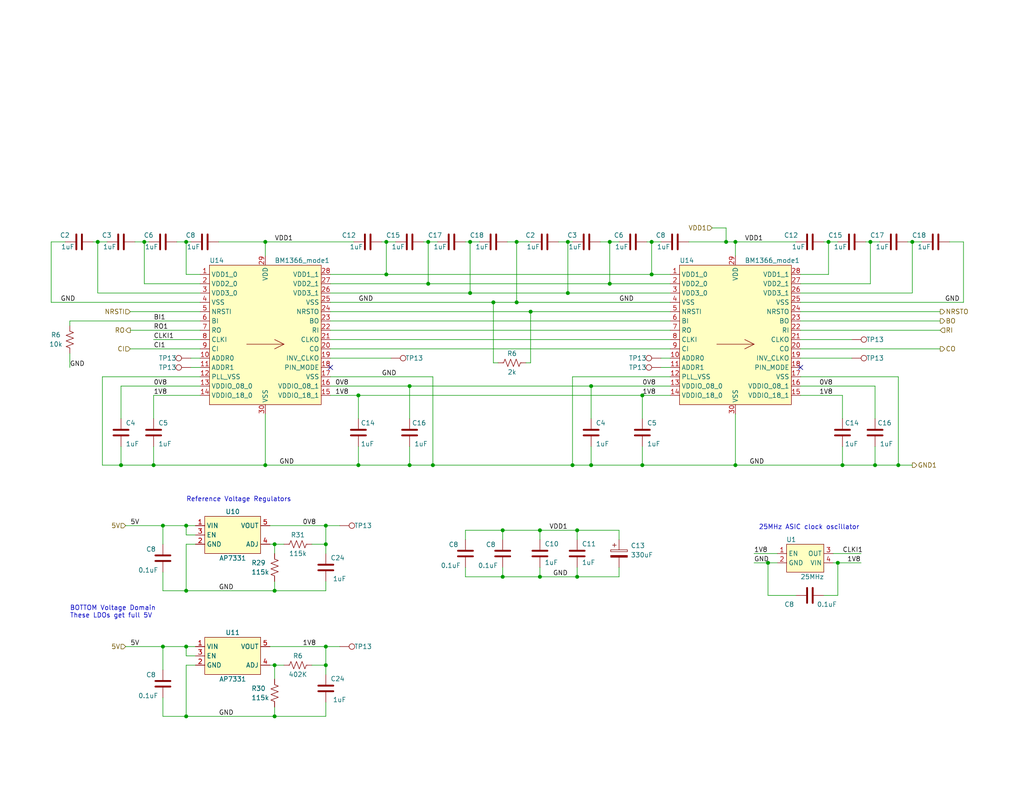
<source format=kicad_sch>
(kicad_sch (version 20231120) (generator "eeschema") (generator_version "8.0")
  (paper "A")
  (title_block (title "bitaxeHex") (date "2024-03-09") (rev "303"))
  (lib_symbols
    (symbol "BM1366_mode1_1"
      (property "Reference" "U14" (at 1.9559 24.13 0))
      (property "Value" "BM1366_mode1" (at 1.9559 21.59 0))
      (symbol "BM1366_mode1_1_0_1"
        (rectangle (start -15.24 20.32) (end 15.24 -17.78) (fill (type background)))
        (polyline (pts (xy 5.08 -1.27) (xy -5.08 -1.27)))
        (polyline (pts (xy 5.08 -1.27) (xy 2.54 -2.54)))
        (polyline (pts (xy 5.08 -1.27) (xy 2.54 0)))
      )
      (symbol "BM1366_mode1_1_1_1"
        (pin power_in line (at -17.78 17.78 0) (length 2.54) (name "VDD1_0") (number "1"))
        (pin input line (at -17.78 -5.08 0) (length 2.54) (name "ADDR0") (number "10"))
        (pin input line (at -17.78 -7.62 0) (length 2.54) (name "ADDR1") (number "11"))
        (pin power_in line (at -17.78 -10.16 0) (length 2.54) (name "PLL_VSS") (number "12"))
        (pin power_in line (at -17.78 -12.7 0) (length 2.54) (name "VDDIO_08_0") (number "13"))
        (pin power_in line (at -17.78 -15.24 0) (length 2.54) (name "VDDIO_18_0") (number "14"))
        (pin power_in line (at 17.78 -15.24 180) (length 2.54) (name "VDDIO_18_1") (number "15"))
        (pin power_in line (at 17.78 -12.7 180) (length 2.54) (name "VDDIO_08_1") (number "16"))
        (pin power_in line (at 17.78 -10.16 180) (length 2.54) (name "VSS") (number "17"))
        (pin input line (at 17.78 -7.62 180) (length 2.54) (name "PIN_MODE") (number "18"))
        (pin output line (at 17.78 -5.08 180) (length 2.54) (name "INV_CLKO") (number "19"))
        (pin power_in line (at -17.78 15.24 0) (length 2.54) (name "VDD2_0") (number "2"))
        (pin output line (at 17.78 -2.54 180) (length 2.54) (name "CO") (number "20"))
        (pin output line (at 17.78 0 180) (length 2.54) (name "CLKO") (number "21"))
        (pin input line (at 17.78 2.54 180) (length 2.54) (name "RI") (number "22"))
        (pin output line (at 17.78 5.08 180) (length 2.54) (name "BO") (number "23"))
        (pin output line (at 17.78 7.62 180) (length 2.54) (name "NRSTO") (number "24"))
        (pin power_in line (at 17.78 10.16 180) (length 2.54) (name "VSS") (number "25"))
        (pin power_in line (at 17.78 12.7 180) (length 2.54) (name "VDD3_1") (number "26"))
        (pin power_in line (at 17.78 15.24 180) (length 2.54) (name "VDD2_1") (number "27"))
        (pin power_in line (at 17.78 17.78 180) (length 2.54) (name "VDD1_1") (number "28"))
        (pin power_in line (at 0 22.86 270) (length 2.54) (name "VDD") (number "29"))
        (pin power_in line (at -17.78 12.7 0) (length 2.54) (name "VDD3_0") (number "3"))
        (pin power_in line (at 0 -20.32 90) (length 2.54) (name "VSS") (number "30"))
        (pin power_in line (at -17.78 10.16 0) (length 2.54) (name "VSS") (number "4"))
        (pin input line (at -17.78 7.62 0) (length 2.54) (name "NRSTI") (number "5"))
        (pin input line (at -17.78 5.08 0) (length 2.54) (name "BI") (number "6"))
        (pin output line (at -17.78 2.54 0) (length 2.54) (name "RO") (number "7"))
        (pin input line (at -17.78 0 0) (length 2.54) (name "CLKI") (number "8"))
        (pin input line (at -17.78 -2.54 0) (length 2.54) (name "CI") (number "9"))
      )
    )
    (symbol "Connector:TestPoint" (pin_numbers hide) (pin_names (offset 0.762) hide)
      (property "Reference" "TP" (at 0 6.858 0))
      (property "Value" "TestPoint" (at 0 5.08 0))
      (symbol "TestPoint_0_1"
        (circle (center 0 3.302) (radius 0.762))
      )
      (symbol "TestPoint_1_1"
        (pin passive line (at 0 0 90) (length 2.54) (name "1") (number "1"))
      )
    )
    (symbol "Device:C" (pin_numbers hide) (pin_names (offset 0.254))
      (property "Reference" "C" (at 0.635 2.54 0))
      (property "Value" "C" (at 0.635 -2.54 0))
      (symbol "C_0_1"
        (polyline (pts (xy -2.032 -0.762) (xy 2.032 -0.762)) (stroke (width 0.508)))
        (polyline (pts (xy -2.032 0.762) (xy 2.032 0.762)) (stroke (width 0.508)))
      )
      (symbol "C_1_1"
        (pin passive line (at 0 3.81 270) (length 2.794) (name "~") (number "1"))
        (pin passive line (at 0 -3.81 90) (length 2.794) (name "~") (number "2"))
      )
    )
    (symbol "Device:C_Polarized" (pin_numbers hide) (pin_names (offset 0.254))
      (property "Reference" "C" (at 0.635 2.54 0))
      (property "Value" "C_Polarized" (at 0.635 -2.54 0))
      (symbol "C_Polarized_0_1"
        (rectangle (start -2.286 0.508) (end 2.286 1.016))
        (polyline (pts (xy -1.778 2.286) (xy -0.762 2.286)))
        (polyline (pts (xy -1.27 2.794) (xy -1.27 1.778)))
        (rectangle (start 2.286 -0.508) (end -2.286 -1.016) (fill (type outline)))
      )
      (symbol "C_Polarized_1_1"
        (pin passive line (at 0 3.81 270) (length 2.794) (name "~") (number "1"))
        (pin passive line (at 0 -3.81 90) (length 2.794) (name "~") (number "2"))
      )
    )
    (symbol "Device:R_US" (pin_numbers hide) (pin_names (offset 0))
      (property "Reference" "R" (at 2.54 0 90))
      (property "Value" "R_US" (at -2.54 0 90))
      (symbol "R_US_0_1"
        (polyline (pts (xy 0 -2.286) (xy 0 -2.54)))
        (polyline (pts (xy 0 2.286) (xy 0 2.54)))
        (polyline (pts (xy 0 -0.762) (xy 1.016 -1.143) (xy 0 -1.524) (xy -1.016 -1.905) (xy 0 -2.286)))
        (polyline (pts (xy 0 0.762) (xy 1.016 0.381) (xy 0 0) (xy -1.016 -0.381) (xy 0 -0.762)))
        (polyline (pts (xy 0 2.286) (xy 1.016 1.905) (xy 0 1.524) (xy -1.016 1.143) (xy 0 0.762)))
      )
      (symbol "R_US_1_1"
        (pin passive line (at 0 3.81 270) (length 1.27) (name "~") (number "1"))
        (pin passive line (at 0 -3.81 90) (length 1.27) (name "~") (number "2"))
      )
    )
    (symbol "bitaxe:AP7331"
      (property "Reference" "U" (at -7.62 5.08 0))
      (property "Value" "AP7331" (at 5.08 5.08 0))
      (symbol "AP7331_0_1"
        (rectangle (start -7.62 3.81) (end 7.62 -6.35) (stroke (width 0.1524)) (fill (type background)))
      )
      (symbol "AP7331_1_0"
        (pin power_in line (at -10.16 1.27 0) (length 2.54) (name "VIN") (number "1"))
        (pin bidirectional line (at -10.16 -3.81 0) (length 2.54) (name "GND") (number "2"))
        (pin input line (at -10.16 -1.27 0) (length 2.54) (name "EN") (number "3"))
        (pin bidirectional line (at 10.16 -3.81 180) (length 2.54) (name "ADJ") (number "4"))
        (pin power_out line (at 10.16 1.27 180) (length 2.54) (name "VOUT") (number "5"))
      )
    )
    (symbol "bitaxe:BM1366_mode1"
      (property "Reference" "U14" (at 1.9559 24.13 0))
      (property "Value" "BM1366_mode1" (at 1.9559 21.59 0))
      (symbol "BM1366_mode1_0_1"
        (rectangle (start -15.24 20.32) (end 15.24 -17.78) (fill (type background)))
        (polyline (pts (xy 5.08 -1.27) (xy -5.08 -1.27)))
        (polyline (pts (xy 5.08 -1.27) (xy 2.54 -2.54)))
        (polyline (pts (xy 5.08 -1.27) (xy 2.54 0)))
      )
      (symbol "BM1366_mode1_1_1"
        (pin power_in line (at -17.78 17.78 0) (length 2.54) (name "VDD1_0") (number "1"))
        (pin input line (at -17.78 -5.08 0) (length 2.54) (name "ADDR0") (number "10"))
        (pin input line (at -17.78 -7.62 0) (length 2.54) (name "ADDR1") (number "11"))
        (pin power_in line (at -17.78 -10.16 0) (length 2.54) (name "PLL_VSS") (number "12"))
        (pin power_in line (at -17.78 -12.7 0) (length 2.54) (name "VDDIO_08_0") (number "13"))
        (pin power_in line (at -17.78 -15.24 0) (length 2.54) (name "VDDIO_18_0") (number "14"))
        (pin power_in line (at 17.78 -15.24 180) (length 2.54) (name "VDDIO_18_1") (number "15"))
        (pin power_in line (at 17.78 -12.7 180) (length 2.54) (name "VDDIO_08_1") (number "16"))
        (pin power_in line (at 17.78 -10.16 180) (length 2.54) (name "VSS") (number "17"))
        (pin input line (at 17.78 -7.62 180) (length 2.54) (name "PIN_MODE") (number "18"))
        (pin output line (at 17.78 -5.08 180) (length 2.54) (name "INV_CLKO") (number "19"))
        (pin power_in line (at -17.78 15.24 0) (length 2.54) (name "VDD2_0") (number "2"))
        (pin output line (at 17.78 -2.54 180) (length 2.54) (name "CO") (number "20"))
        (pin output line (at 17.78 0 180) (length 2.54) (name "CLKO") (number "21"))
        (pin input line (at 17.78 2.54 180) (length 2.54) (name "RI") (number "22"))
        (pin output line (at 17.78 5.08 180) (length 2.54) (name "BO") (number "23"))
        (pin output line (at 17.78 7.62 180) (length 2.54) (name "NRSTO") (number "24"))
        (pin power_in line (at 17.78 10.16 180) (length 2.54) (name "VSS") (number "25"))
        (pin power_in line (at 17.78 12.7 180) (length 2.54) (name "VDD3_1") (number "26"))
        (pin power_in line (at 17.78 15.24 180) (length 2.54) (name "VDD2_1") (number "27"))
        (pin power_in line (at 17.78 17.78 180) (length 2.54) (name "VDD1_1") (number "28"))
        (pin power_in line (at 0 22.86 270) (length 2.54) (name "VDD") (number "29"))
        (pin power_in line (at -17.78 12.7 0) (length 2.54) (name "VDD3_0") (number "3"))
        (pin power_in line (at 0 -20.32 90) (length 2.54) (name "VSS") (number "30"))
        (pin power_in line (at -17.78 10.16 0) (length 2.54) (name "VSS") (number "4"))
        (pin input line (at -17.78 7.62 0) (length 2.54) (name "NRSTI") (number "5"))
        (pin input line (at -17.78 5.08 0) (length 2.54) (name "BI") (number "6"))
        (pin output line (at -17.78 2.54 0) (length 2.54) (name "RO") (number "7"))
        (pin input line (at -17.78 0 0) (length 2.54) (name "CLKI") (number "8"))
        (pin input line (at -17.78 -2.54 0) (length 2.54) (name "CI") (number "9"))
      )
    )
    (symbol "bitaxe:oscillator"
      (property "Reference" "U" (at -3.81 5.08 0))
      (property "Value" "oscillator" (at 0 -5.08 0))
      (symbol "oscillator_0_1"
        (rectangle (start -5.08 3.81) (end 5.08 -3.81) (stroke (width 0.1524)) (fill (type background)))
      )
      (symbol "oscillator_1_0"
        (pin bidirectional line (at -7.62 1.27 0) (length 2.54) (name "EN") (number "1"))
        (pin bidirectional line (at -7.62 -1.27 0) (length 2.54) (name "GND") (number "2"))
        (pin bidirectional line (at 7.62 1.27 180) (length 2.54) (name "OUT") (number "3"))
        (pin bidirectional line (at 7.62 -1.27 180) (length 2.54) (name "VIN") (number "4"))
      )
    )
  )
  (junction (at 50.8 195.58))
  (junction (at 175.26 107.95))
  (junction (at 88.9 148.59))
  (junction (at 116.84 66.04))
  (junction (at 33.02 127))
  (junction (at 157.48 144.78))
  (junction (at 237.49 66.04))
  (junction (at 248.92 66.04))
  (junction (at 166.37 66.04))
  (junction (at 140.97 82.55))
  (junction (at 44.45 176.53))
  (junction (at 161.29 127))
  (junction (at 157.48 157.48))
  (junction (at 144.78 85.09))
  (junction (at 228.6 153.67))
  (junction (at 128.27 66.04))
  (junction (at 209.55 153.67))
  (junction (at 147.32 144.78) (diameter 0.9144))
  (junction (at 111.76 127))
  (junction (at 154.94 80.01))
  (junction (at 39.37 66.04))
  (junction (at 245.11 127))
  (junction (at 105.41 74.93))
  (junction (at 147.32 157.48) (diameter 0.9144))
  (junction (at 72.39 127))
  (junction (at 134.62 82.55))
  (junction (at 156.21 127))
  (junction (at 137.16 144.78) (diameter 0.9144))
  (junction (at 229.87 127))
  (junction (at 50.8 161.29))
  (junction (at 177.8 74.93))
  (junction (at 161.29 105.41))
  (junction (at 74.93 148.59))
  (junction (at 74.93 181.61))
  (junction (at 116.84 77.47))
  (junction (at 175.26 127))
  (junction (at 111.76 105.41))
  (junction (at 137.16 157.48) (diameter 0.9144))
  (junction (at 128.27 80.01))
  (junction (at 97.79 107.95))
  (junction (at 88.9 143.51))
  (junction (at 97.79 127))
  (junction (at 74.93 161.29))
  (junction (at 198.12 66.04))
  (junction (at 88.9 176.53))
  (junction (at 177.8 66.04))
  (junction (at 238.76 127))
  (junction (at 74.93 195.58))
  (junction (at 105.41 66.04))
  (junction (at 44.45 143.51))
  (junction (at 200.66 127))
  (junction (at 154.94 66.04))
  (junction (at 50.8 143.51))
  (junction (at 50.8 176.53))
  (junction (at 140.97 66.04))
  (junction (at 41.91 127))
  (junction (at 226.06 66.04))
  (junction (at 88.9 181.61))
  (junction (at 166.37 77.47))
  (junction (at 50.8 66.04))
  (junction (at 118.11 127))
  (junction (at 26.67 66.04))
  (junction (at 200.66 66.04))
  (junction (at 72.39 66.04))
  (no_connect (at 218.44 100.33))
  (no_connect (at 90.17 100.33))
  (wire (pts (xy 27.94 102.87) (xy 54.61 102.87)))
  (wire (pts (xy 156.21 102.87) (xy 182.88 102.87)))
  (wire (pts (xy 127 66.04) (xy 128.27 66.04)))
  (wire (pts (xy 27.94 127) (xy 33.02 127)))
  (wire (pts (xy 41.91 107.95) (xy 54.61 107.95)))
  (wire (pts (xy 90.17 102.87) (xy 118.11 102.87)))
  (wire (pts (xy 26.67 80.01) (xy 26.67 66.04)))
  (wire (pts (xy 48.26 66.04) (xy 50.8 66.04)))
  (wire (pts (xy 218.44 102.87) (xy 245.11 102.87)))
  (wire (pts (xy 156.21 127) (xy 161.29 127)))
  (wire (pts (xy 262.89 66.04) (xy 259.08 66.04)))
  (wire (pts (xy 175.26 107.95) (xy 175.26 114.3)))
  (wire (pts (xy 33.02 105.41) (xy 33.02 114.3)))
  (wire (pts (xy 50.8 143.51) (xy 53.34 143.51)))
  (wire (pts (xy 152.4 66.04) (xy 154.94 66.04)))
  (wire (pts (xy 52.07 100.33) (xy 54.61 100.33)))
  (wire (pts (xy 41.91 127) (xy 72.39 127)))
  (wire (pts (xy 90.17 90.17) (xy 182.88 90.17)))
  (wire (pts (xy 35.56 90.17) (xy 54.61 90.17)))
  (wire (pts (xy 74.93 181.61) (xy 74.93 185.42)))
  (wire (pts (xy 111.76 105.41) (xy 161.29 105.41)))
  (wire (pts (xy 224.79 66.04) (xy 226.06 66.04)))
  (wire (pts (xy 175.26 121.92) (xy 175.26 127)))
  (wire (pts (xy 53.34 148.59) (xy 50.8 148.59)))
  (wire (pts (xy 74.93 195.58) (xy 74.93 193.04)))
  (wire (pts (xy 218.44 80.01) (xy 248.92 80.01)))
  (wire (pts (xy 90.17 77.47) (xy 116.84 77.47)))
  (wire (pts (xy 50.8 148.59) (xy 50.8 161.29)))
  (wire (pts (xy 13.97 82.55) (xy 13.97 66.04)))
  (wire (pts (xy 53.34 181.61) (xy 50.8 181.61)))
  (wire (pts (xy 137.16 157.48) (xy 147.32 157.48)))
  (wire (pts (xy 200.66 113.03) (xy 200.66 127)))
  (wire (pts (xy 140.97 66.04) (xy 144.78 66.04)))
  (wire (pts (xy 156.21 102.87) (xy 156.21 127)))
  (wire (pts (xy 88.9 161.29) (xy 74.93 161.29)))
  (wire (pts (xy 177.8 66.04) (xy 180.34 66.04)))
  (wire (pts (xy 73.66 143.51) (xy 88.9 143.51)))
  (wire (pts (xy 128.27 66.04) (xy 130.81 66.04)))
  (wire (pts (xy 161.29 127) (xy 161.29 121.92)))
  (wire (pts (xy 111.76 127) (xy 118.11 127)))
  (wire (pts (xy 137.16 157.48) (xy 127 157.48)))
  (wire (pts (xy 218.44 77.47) (xy 237.49 77.47)))
  (wire (pts (xy 59.69 66.04) (xy 72.39 66.04)))
  (wire (pts (xy 19.05 87.63) (xy 19.05 88.9)))
  (wire (pts (xy 73.66 148.59) (xy 74.93 148.59)))
  (wire (pts (xy 44.45 143.51) (xy 50.8 143.51)))
  (wire (pts (xy 44.45 143.51) (xy 44.45 148.59)))
  (wire (pts (xy 44.45 161.29) (xy 50.8 161.29)))
  (wire (pts (xy 134.62 82.55) (xy 140.97 82.55)))
  (wire (pts (xy 44.45 176.53) (xy 44.45 182.88)))
  (wire (pts (xy 73.66 176.53) (xy 88.9 176.53)))
  (wire (pts (xy 116.84 77.47) (xy 166.37 77.47)))
  (wire (pts (xy 205.74 151.13) (xy 212.09 151.13)))
  (wire (pts (xy 227.33 153.67) (xy 228.6 153.67)))
  (wire (pts (xy 161.29 105.41) (xy 182.88 105.41)))
  (wire (pts (xy 111.76 105.41) (xy 111.76 114.3)))
  (wire (pts (xy 72.39 127) (xy 97.79 127)))
  (wire (pts (xy 218.44 97.79) (xy 232.41 97.79)))
  (wire (pts (xy 135.89 99.06) (xy 134.62 99.06)))
  (wire (pts (xy 137.16 147.32) (xy 137.16 144.78)))
  (wire (pts (xy 140.97 66.04) (xy 138.43 66.04)))
  (wire (pts (xy 175.26 107.95) (xy 182.88 107.95)))
  (wire (pts (xy 74.93 181.61) (xy 77.47 181.61)))
  (wire (pts (xy 97.79 121.92) (xy 97.79 127)))
  (wire (pts (xy 157.48 147.32) (xy 157.48 144.78)))
  (wire (pts (xy 218.44 105.41) (xy 238.76 105.41)))
  (wire (pts (xy 127 144.78) (xy 137.16 144.78)))
  (wire (pts (xy 90.17 85.09) (xy 144.78 85.09)))
  (wire (pts (xy 90.17 74.93) (xy 105.41 74.93)))
  (wire (pts (xy 157.48 157.48) (xy 168.91 157.48)))
  (wire (pts (xy 105.41 66.04) (xy 107.95 66.04)))
  (wire (pts (xy 118.11 127) (xy 156.21 127)))
  (wire (pts (xy 88.9 158.75) (xy 88.9 161.29)))
  (wire (pts (xy 147.32 154.94) (xy 147.32 157.48)))
  (wire (pts (xy 39.37 77.47) (xy 39.37 66.04)))
  (wire (pts (xy 39.37 66.04) (xy 40.64 66.04)))
  (wire (pts (xy 144.78 85.09) (xy 182.88 85.09)))
  (wire (pts (xy 180.34 97.79) (xy 182.88 97.79)))
  (wire (pts (xy 111.76 127) (xy 111.76 121.92)))
  (wire (pts (xy 194.31 62.23) (xy 198.12 62.23)))
  (wire (pts (xy 218.44 85.09) (xy 256.54 85.09)))
  (wire (pts (xy 228.6 153.67) (xy 234.95 153.67)))
  (wire (pts (xy 209.55 153.67) (xy 212.09 153.67)))
  (wire (pts (xy 33.02 121.92) (xy 33.02 127)))
  (wire (pts (xy 53.34 179.07) (xy 50.8 179.07)))
  (wire (pts (xy 128.27 80.01) (xy 128.27 66.04)))
  (wire (pts (xy 218.44 95.25) (xy 256.54 95.25)))
  (wire (pts (xy 247.65 66.04) (xy 248.92 66.04)))
  (wire (pts (xy 90.17 97.79) (xy 106.68 97.79)))
  (wire (pts (xy 36.83 66.04) (xy 39.37 66.04)))
  (wire (pts (xy 218.44 82.55) (xy 262.89 82.55)))
  (wire (pts (xy 50.8 179.07) (xy 50.8 176.53)))
  (wire (pts (xy 88.9 176.53) (xy 92.71 176.53)))
  (wire (pts (xy 26.67 66.04) (xy 29.21 66.04)))
  (wire (pts (xy 154.94 66.04) (xy 156.21 66.04)))
  (wire (pts (xy 90.17 95.25) (xy 182.88 95.25)))
  (wire (pts (xy 118.11 102.87) (xy 118.11 127)))
  (wire (pts (xy 50.8 74.93) (xy 54.61 74.93)))
  (wire (pts (xy 26.67 80.01) (xy 54.61 80.01)))
  (wire (pts (xy 180.34 100.33) (xy 182.88 100.33)))
  (wire (pts (xy 218.44 90.17) (xy 256.54 90.17)))
  (wire (pts (xy 140.97 82.55) (xy 182.88 82.55)))
  (wire (pts (xy 97.79 107.95) (xy 97.79 114.3)))
  (wire (pts (xy 157.48 154.94) (xy 157.48 157.48)))
  (wire (pts (xy 236.22 66.04) (xy 237.49 66.04)))
  (wire (pts (xy 88.9 181.61) (xy 88.9 184.15)))
  (wire (pts (xy 39.37 77.47) (xy 54.61 77.47)))
  (wire (pts (xy 217.17 66.04) (xy 200.66 66.04)))
  (wire (pts (xy 224.79 162.56) (xy 228.6 162.56)))
  (wire (pts (xy 44.45 195.58) (xy 50.8 195.58)))
  (wire (pts (xy 105.41 74.93) (xy 105.41 66.04)))
  (wire (pts (xy 73.66 181.61) (xy 74.93 181.61)))
  (wire (pts (xy 245.11 102.87) (xy 245.11 127)))
  (wire (pts (xy 177.8 66.04) (xy 177.8 74.93)))
  (wire (pts (xy 262.89 82.55) (xy 262.89 66.04)))
  (wire (pts (xy 105.41 74.93) (xy 177.8 74.93)))
  (wire (pts (xy 34.29 143.51) (xy 44.45 143.51)))
  (wire (pts (xy 116.84 66.04) (xy 119.38 66.04)))
  (wire (pts (xy 205.74 153.67) (xy 209.55 153.67)))
  (wire (pts (xy 50.8 176.53) (xy 53.34 176.53)))
  (wire (pts (xy 44.45 156.21) (xy 44.45 161.29)))
  (wire (pts (xy 13.97 66.04) (xy 17.78 66.04)))
  (wire (pts (xy 154.94 80.01) (xy 182.88 80.01)))
  (wire (pts (xy 229.87 107.95) (xy 229.87 114.3)))
  (wire (pts (xy 248.92 80.01) (xy 248.92 66.04)))
  (wire (pts (xy 88.9 181.61) (xy 88.9 176.53)))
  (wire (pts (xy 137.16 154.94) (xy 137.16 157.48)))
  (wire (pts (xy 88.9 191.77) (xy 88.9 195.58)))
  (wire (pts (xy 88.9 143.51) (xy 92.71 143.51)))
  (wire (pts (xy 134.62 99.06) (xy 134.62 82.55)))
  (wire (pts (xy 25.4 66.04) (xy 26.67 66.04)))
  (wire (pts (xy 44.45 190.5) (xy 44.45 195.58)))
  (wire (pts (xy 218.44 107.95) (xy 229.87 107.95)))
  (wire (pts (xy 88.9 195.58) (xy 74.93 195.58)))
  (wire (pts (xy 218.44 74.93) (xy 226.06 74.93)))
  (wire (pts (xy 33.02 105.41) (xy 54.61 105.41)))
  (wire (pts (xy 50.8 146.05) (xy 50.8 143.51)))
  (wire (pts (xy 238.76 105.41) (xy 238.76 114.3)))
  (wire (pts (xy 96.52 66.04) (xy 72.39 66.04)))
  (wire (pts (xy 176.53 66.04) (xy 177.8 66.04)))
  (wire (pts (xy 54.61 82.55) (xy 13.97 82.55)))
  (wire (pts (xy 52.07 97.79) (xy 54.61 97.79)))
  (wire (pts (xy 85.09 148.59) (xy 88.9 148.59)))
  (wire (pts (xy 90.17 80.01) (xy 128.27 80.01)))
  (wire (pts (xy 74.93 148.59) (xy 77.47 148.59)))
  (wire (pts (xy 90.17 107.95) (xy 97.79 107.95)))
  (wire (pts (xy 50.8 161.29) (xy 74.93 161.29)))
  (wire (pts (xy 237.49 77.47) (xy 237.49 66.04)))
  (wire (pts (xy 175.26 127) (xy 200.66 127)))
  (wire (pts (xy 90.17 82.55) (xy 134.62 82.55)))
  (wire (pts (xy 198.12 66.04) (xy 200.66 66.04)))
  (wire (pts (xy 97.79 127) (xy 111.76 127)))
  (wire (pts (xy 209.55 162.56) (xy 209.55 153.67)))
  (wire (pts (xy 248.92 66.04) (xy 251.46 66.04)))
  (wire (pts (xy 147.32 144.78) (xy 157.48 144.78)))
  (wire (pts (xy 144.78 85.09) (xy 144.78 99.06)))
  (wire (pts (xy 34.29 176.53) (xy 44.45 176.53)))
  (wire (pts (xy 166.37 77.47) (xy 166.37 66.04)))
  (wire (pts (xy 218.44 87.63) (xy 256.54 87.63)))
  (wire (pts (xy 238.76 127) (xy 238.76 121.92)))
  (wire (pts (xy 143.51 99.06) (xy 144.78 99.06)))
  (wire (pts (xy 35.56 95.25) (xy 54.61 95.25)))
  (wire (pts (xy 19.05 96.52) (xy 19.05 100.33)))
  (wire (pts (xy 140.97 82.55) (xy 140.97 66.04)))
  (wire (pts (xy 41.91 107.95) (xy 41.91 114.3)))
  (wire (pts (xy 161.29 105.41) (xy 161.29 114.3)))
  (wire (pts (xy 226.06 66.04) (xy 228.6 66.04)))
  (wire (pts (xy 72.39 66.04) (xy 72.39 69.85)))
  (wire (pts (xy 74.93 161.29) (xy 74.93 158.75)))
  (wire (pts (xy 50.8 181.61) (xy 50.8 195.58)))
  (wire (pts (xy 33.02 127) (xy 41.91 127)))
  (wire (pts (xy 229.87 121.92) (xy 229.87 127)))
  (wire (pts (xy 116.84 77.47) (xy 116.84 66.04)))
  (wire (pts (xy 50.8 195.58) (xy 74.93 195.58)))
  (wire (pts (xy 27.94 102.87) (xy 27.94 127)))
  (wire (pts (xy 53.34 146.05) (xy 50.8 146.05)))
  (wire (pts (xy 90.17 105.41) (xy 111.76 105.41)))
  (wire (pts (xy 154.94 80.01) (xy 154.94 66.04)))
  (wire (pts (xy 41.91 92.71) (xy 54.61 92.71)))
  (wire (pts (xy 217.17 162.56) (xy 209.55 162.56)))
  (wire (pts (xy 74.93 148.59) (xy 74.93 151.13)))
  (wire (pts (xy 90.17 87.63) (xy 182.88 87.63)))
  (wire (pts (xy 168.91 154.94) (xy 168.91 157.48)))
  (wire (pts (xy 104.14 66.04) (xy 105.41 66.04)))
  (wire (pts (xy 137.16 144.78) (xy 147.32 144.78)))
  (wire (pts (xy 128.27 80.01) (xy 154.94 80.01)))
  (wire (pts (xy 168.91 147.32) (xy 168.91 144.78)))
  (wire (pts (xy 218.44 92.71) (xy 232.41 92.71)))
  (wire (pts (xy 50.8 66.04) (xy 50.8 74.93)))
  (wire (pts (xy 35.56 85.09) (xy 54.61 85.09)))
  (wire (pts (xy 245.11 127) (xy 248.92 127)))
  (wire (pts (xy 44.45 176.53) (xy 50.8 176.53)))
  (wire (pts (xy 227.33 151.13) (xy 234.95 151.13)))
  (wire (pts (xy 200.66 127) (xy 229.87 127)))
  (wire (pts (xy 198.12 62.23) (xy 198.12 66.04)))
  (wire (pts (xy 161.29 127) (xy 175.26 127)))
  (wire (pts (xy 177.8 74.93) (xy 182.88 74.93)))
  (wire (pts (xy 90.17 92.71) (xy 182.88 92.71)))
  (wire (pts (xy 166.37 77.47) (xy 182.88 77.47)))
  (wire (pts (xy 157.48 144.78) (xy 168.91 144.78)))
  (wire (pts (xy 147.32 147.32) (xy 147.32 144.78)))
  (wire (pts (xy 97.79 107.95) (xy 175.26 107.95)))
  (wire (pts (xy 115.57 66.04) (xy 116.84 66.04)))
  (wire (pts (xy 228.6 162.56) (xy 228.6 153.67)))
  (wire (pts (xy 166.37 66.04) (xy 168.91 66.04)))
  (wire (pts (xy 127 154.94) (xy 127 157.48)))
  (wire (pts (xy 85.09 181.61) (xy 88.9 181.61)))
  (wire (pts (xy 237.49 66.04) (xy 240.03 66.04)))
  (wire (pts (xy 88.9 148.59) (xy 88.9 143.51)))
  (wire (pts (xy 229.87 127) (xy 238.76 127)))
  (wire (pts (xy 245.11 127) (xy 238.76 127)))
  (wire (pts (xy 72.39 113.03) (xy 72.39 127)))
  (wire (pts (xy 187.96 66.04) (xy 198.12 66.04)))
  (wire (pts (xy 88.9 148.59) (xy 88.9 151.13)))
  (wire (pts (xy 226.06 74.93) (xy 226.06 66.04)))
  (wire (pts (xy 50.8 66.04) (xy 52.07 66.04)))
  (wire (pts (xy 163.83 66.04) (xy 166.37 66.04)))
  (wire (pts (xy 41.91 121.92) (xy 41.91 127)))
  (wire (pts (xy 157.48 157.48) (xy 147.32 157.48)))
  (wire (pts (xy 127 147.32) (xy 127 144.78)))
  (wire (pts (xy 19.05 87.63) (xy 54.61 87.63)))
  (wire (pts (xy 200.66 66.04) (xy 200.66 69.85)))
  (text "Reference Voltage Regulators" (at 50.8 137.16 0) (effects (font (size 1.27 1.27)) (justify left bottom)))
  (text "BOTTOM Voltage Domain\nThese LDOs get full 5V" (at 19.05 168.91 0) (effects (font (size 1.27 1.27)) (justify left bottom)))
  (text "25MHz ASIC clock oscillator" (at 207.01 144.78 0) (effects (font (size 1.27 1.27)) (justify left bottom)))
  (label "GND" (at 154.94 157.48 180))
  (label "GND" (at 257.81 82.55 0))
  (label "0V8" (at 41.91 105.41 0))
  (label "GND" (at 19.05 100.33 0))
  (label "GND" (at 204.47 127 0))
  (label "RO1" (at 41.91 90.17 0))
  (label "VDD1" (at 149.86 144.78 0))
  (label "BI1" (at 41.91 87.63 0))
  (label "VDD1" (at 203.2 66.04 0))
  (label "GND" (at 59.69 195.58 0))
  (label "1V8" (at 205.74 151.13 0))
  (label "CLKI1" (at 41.91 92.71 0))
  (label "GND" (at 59.69 161.29 0))
  (label "VDD1" (at 74.93 66.04 0))
  (label "5V" (at 35.56 143.51 0))
  (label "GND" (at 16.51 82.55 0))
  (label "5V" (at 35.56 176.53 0))
  (label "0V8" (at 175.26 105.41 0))
  (label "GND" (at 97.79 82.55 0))
  (label "0V8" (at 223.52 105.41 0))
  (label "GND" (at 104.14 102.87 0))
  (label "1V8" (at 91.44 107.95 0))
  (label "1V8" (at 231.14 153.67 0))
  (label "CI1" (at 41.91 95.25 0))
  (label "0V8" (at 91.44 105.41 0))
  (label "GND" (at 205.74 153.67 0))
  (label "CLKI1" (at 229.87 151.13 0))
  (label "1V8" (at 82.55 176.53 0))
  (label "GND" (at 168.91 82.55 0))
  (label "1V8" (at 41.91 107.95 0))
  (label "1V8" (at 175.26 107.95 0))
  (label "GND" (at 76.2 127 0))
  (label "0V8" (at 82.55 143.51 0))
  (label "1V8" (at 223.52 107.95 0))
  (hierarchical_label "NRSTI" (shape input) (at 35.56 85.09 180))
  (hierarchical_label "CI" (shape input) (at 35.56 95.25 180))
  (hierarchical_label "RI" (shape input) (at 256.54 90.17 0))
  (hierarchical_label "5V" (shape input) (at 34.29 176.53 180))
  (hierarchical_label "NRSTO" (shape output) (at 256.54 85.09 0))
  (hierarchical_label "CO" (shape output) (at 256.54 95.25 0))
  (hierarchical_label "GND1" (shape output) (at 248.92 127 0))
  (hierarchical_label "5V" (shape input) (at 34.29 143.51 180))
  (hierarchical_label "VDD1" (shape input) (at 194.31 62.23 180))
  (hierarchical_label "BO" (shape output) (at 256.54 87.63 0))
  (hierarchical_label "RO" (shape output) (at 35.56 90.17 180))
  (symbol (lib_id "Connector:TestPoint") (at 92.71 143.51 270) (mirror x) (unit 1) (in_bom no)
    (property "Reference" "TP13" (at 99.06 143.51 90))
    (property "Value" "TestPoint" (effects (hide yes)))
    (property "Footprint" "TestPoint:TestPoint_Pad_D1.0mm" (effects (hide yes)))
  )
  (symbol (lib_id "Device:C") (at 21.59 66.04 90) (unit 1)
    (property "Reference" "C2" (at 19.05 63.5 90) (effects (justify left bottom)))
    (property "Value" "1uF" (at 20.32 66.675 90) (effects (justify left bottom)))
    (property "Footprint" "Capacitor_SMD:C_0402_1005Metric" (effects (hide yes)))
    (property "DK" "587-5514-1-ND" (effects (hide yes)))
    (property "PARTNO" "EMK105BJ105MV-F" (effects (hide yes)))
  )
  (symbol (lib_id "Device:C") (at 172.72 66.04 90) (unit 1)
    (property "Reference" "C6" (at 170.18 63.5 90) (effects (justify left bottom)))
    (property "Value" "1uF" (at 171.45 66.675 90) (effects (justify left bottom)))
    (property "Footprint" "Capacitor_SMD:C_0402_1005Metric" (effects (hide yes)))
    (property "DK" "587-5514-1-ND" (effects (hide yes)))
    (property "PARTNO" "EMK105BJ105MV-F" (effects (hide yes)))
  )
  (symbol (lib_id "Device:C") (at 184.15 66.04 90) (unit 1)
    (property "Reference" "C8" (at 181.61 63.5 90) (effects (justify left bottom)))
    (property "Value" "1uF" (at 182.88 66.675 90) (effects (justify left bottom)))
    (property "Footprint" "Capacitor_SMD:C_0402_1005Metric" (effects (hide yes)))
    (property "DK" "587-5514-1-ND" (effects (hide yes)))
    (property "PARTNO" "EMK105BJ105MV-F" (effects (hide yes)))
  )
  (symbol (lib_id "Device:C") (at 137.16 151.13 180) (unit 1)
    (property "Reference" "C8" (at 135.255 147.955 0) (effects (justify left bottom)))
    (property "Value" "0.1uF" (at 135.89 153.67 0) (effects (justify left bottom)))
    (property "Footprint" "Capacitor_SMD:C_0402_1005Metric" (effects (hide yes)))
    (property "DK" "478-KGM05AR71C104KHCT-ND" (effects (hide yes)))
    (property "PARTNO" "KGM05AR71C104KH" (effects (hide yes)))
  )
  (symbol (lib_name "BM1366_mode1_1") (lib_id "bitaxe:BM1366_mode1") (at 72.39 92.71 0) (unit 1)
    (property "Reference" "U14" (at 57.15 71.12 0) (effects (justify left)))
    (property "Value" "BM1366_mode1" (at 74.93 71.12 0) (effects (justify left)))
    (property "Footprint" "bitaxe:BM1366" (effects (hide yes)))
  )
  (symbol (lib_id "Device:C") (at 55.88 66.04 90) (unit 1)
    (property "Reference" "C8" (at 53.34 63.5 90) (effects (justify left bottom)))
    (property "Value" "1uF" (at 54.61 66.675 90) (effects (justify left bottom)))
    (property "Footprint" "Capacitor_SMD:C_0402_1005Metric" (effects (hide yes)))
    (property "DK" "587-5514-1-ND" (effects (hide yes)))
    (property "PARTNO" "EMK105BJ105MV-F" (effects (hide yes)))
  )
  (symbol (lib_id "Device:C") (at 111.76 66.04 90) (unit 1)
    (property "Reference" "C15" (at 109.22 63.5 90) (effects (justify left bottom)))
    (property "Value" "1uF" (at 110.49 66.675 90) (effects (justify left bottom)))
    (property "Footprint" "Capacitor_SMD:C_0402_1005Metric" (effects (hide yes)))
    (property "DK" "587-5514-1-ND" (effects (hide yes)))
    (property "PARTNO" "EMK105BJ105MV-F" (effects (hide yes)))
  )
  (symbol (lib_id "Device:R_US") (at 139.7 99.06 90) (unit 1)
    (property "Reference" "R6" (at 139.7 96.52 90))
    (property "Value" "2k" (at 139.7 101.6 90))
    (property "Footprint" "Resistor_SMD:R_0402_1005Metric" (effects (hide yes)))
    (property "DK" "YAG2303CT-ND" (effects (hide yes)))
    (property "PARTNO" "RT0402BRD072KL" (effects (hide yes)))
  )
  (symbol (lib_id "Device:C") (at 243.84 66.04 90) (unit 1)
    (property "Reference" "C17" (at 241.3 63.5 90) (effects (justify left bottom)))
    (property "Value" "1uF" (at 242.57 66.675 90) (effects (justify left bottom)))
    (property "Footprint" "Capacitor_SMD:C_0402_1005Metric" (effects (hide yes)))
    (property "DK" "587-5514-1-ND" (effects (hide yes)))
    (property "PARTNO" "EMK105BJ105MV-F" (effects (hide yes)))
  )
  (symbol (lib_id "Device:C") (at 33.02 66.04 90) (unit 1)
    (property "Reference" "C3" (at 30.48 63.5 90) (effects (justify left bottom)))
    (property "Value" "1uF" (at 31.75 66.675 90) (effects (justify left bottom)))
    (property "Footprint" "Capacitor_SMD:C_0402_1005Metric" (effects (hide yes)))
    (property "DK" "587-5514-1-ND" (effects (hide yes)))
    (property "PARTNO" "EMK105BJ105MV-F" (effects (hide yes)))
  )
  (symbol (lib_id "Connector:TestPoint") (at 106.68 97.79 270) (mirror x) (unit 1) (in_bom no)
    (property "Reference" "TP13" (at 113.03 97.79 90))
    (property "Value" "TestPoint" (effects (hide yes)))
    (property "Footprint" "TestPoint:TestPoint_Pad_D1.0mm" (effects (hide yes)))
  )
  (symbol (lib_id "Device:C") (at 134.62 66.04 90) (unit 1)
    (property "Reference" "C18" (at 132.08 63.5 90) (effects (justify left bottom)))
    (property "Value" "1uF" (at 133.35 66.675 90) (effects (justify left bottom)))
    (property "Footprint" "Capacitor_SMD:C_0402_1005Metric" (effects (hide yes)))
    (property "DK" "587-5514-1-ND" (effects (hide yes)))
    (property "PARTNO" "EMK105BJ105MV-F" (effects (hide yes)))
  )
  (symbol (lib_id "Device:C") (at 97.79 118.11 0) (unit 1)
    (property "Reference" "C14" (at 98.425 116.205 0) (effects (justify left bottom)))
    (property "Value" "1uF" (at 98.425 121.92 0) (effects (justify left bottom)))
    (property "Footprint" "Capacitor_SMD:C_0402_1005Metric" (effects (hide yes)))
    (property "DK" "587-5514-1-ND" (effects (hide yes)))
    (property "PARTNO" "EMK105BJ105MV-F" (effects (hide yes)))
  )
  (symbol (lib_id "Device:C") (at 41.91 118.11 0) (unit 1)
    (property "Reference" "C5" (at 43.18 116.205 0) (effects (justify left bottom)))
    (property "Value" "1uF" (at 43.18 121.92 0) (effects (justify left bottom)))
    (property "Footprint" "Capacitor_SMD:C_0402_1005Metric" (effects (hide yes)))
    (property "DK" "587-5514-1-ND" (effects (hide yes)))
    (property "PARTNO" "EMK105BJ105MV-F" (effects (hide yes)))
  )
  (symbol (lib_id "Device:C") (at 229.87 118.11 0) (unit 1)
    (property "Reference" "C14" (at 230.505 116.205 0) (effects (justify left bottom)))
    (property "Value" "1uF" (at 230.505 121.92 0) (effects (justify left bottom)))
    (property "Footprint" "Capacitor_SMD:C_0402_1005Metric" (effects (hide yes)))
    (property "DK" "587-5514-1-ND" (effects (hide yes)))
    (property "PARTNO" "EMK105BJ105MV-F" (effects (hide yes)))
  )
  (symbol (lib_id "Connector:TestPoint") (at 52.07 100.33 90) (mirror x) (unit 1) (in_bom no)
    (property "Reference" "TP13" (at 45.72 100.33 90))
    (property "Value" "TestPoint" (effects (hide yes)))
    (property "Footprint" "TestPoint:TestPoint_Pad_D1.0mm" (effects (hide yes)))
  )
  (symbol (lib_id "bitaxe:AP7331") (at 63.5 177.8 0) (unit 1)
    (property "Reference" "U11" (at 63.5 172.72 0))
    (property "Value" "AP7331" (at 63.5 185.42 0))
    (property "Footprint" "Package_TO_SOT_SMD:TSOT-23-5" (effects (hide yes)))
    (property "Datasheet" "https://www.digikey.com/en/products/detail/diodes-incorporated/AP7331-WG-7/2270813" (effects (hide yes)))
    (property "DK" "AP7331-WG-7DICT-ND" (effects (hide yes)))
    (property "PARTNO" "AP7331-WG-7" (effects (hide yes)))
  )
  (symbol (lib_id "bitaxe:oscillator") (at 219.71 152.4 0) (unit 1)
    (property "Reference" "U1" (at 215.9 147.32 0))
    (property "Value" "25MHz" (at 221.615 157.48 0))
    (property "Footprint" "bitaxe:O 25,0-JO32-B-1V3-1-T1-LF" (effects (hide yes)))
    (property "Datasheet" "https://www.jauch.com/downloadfile/5ef1edcfb8e2f73163c8ce8009ef659d1/jo32-1.8-3.3v.pdf" (effects (hide yes)))
    (property "DK" "1908-O250-JO32-B-1V3-1-T1-LFCT-ND" (effects (hide yes)))
    (property "PARTNO" "O 25,0-JO32-B-1V3-1-T1-LF" (effects (hide yes)))
  )
  (symbol (lib_id "Connector:TestPoint") (at 52.07 97.79 90) (mirror x) (unit 1) (in_bom no)
    (property "Reference" "TP13" (at 45.72 97.79 90))
    (property "Value" "TestPoint" (effects (hide yes)))
    (property "Footprint" "TestPoint:TestPoint_Pad_D1.0mm" (effects (hide yes)))
  )
  (symbol (lib_id "Connector:TestPoint") (at 180.34 100.33 90) (mirror x) (unit 1) (in_bom no)
    (property "Reference" "TP13" (at 173.99 100.33 90))
    (property "Value" "TestPoint" (effects (hide yes)))
    (property "Footprint" "TestPoint:TestPoint_Pad_D1.0mm" (effects (hide yes)))
  )
  (symbol (lib_id "Device:C") (at 238.76 118.11 0) (unit 1)
    (property "Reference" "C16" (at 239.395 116.205 0) (effects (justify left bottom)))
    (property "Value" "1uF" (at 240.03 121.92 0) (effects (justify left bottom)))
    (property "Footprint" "Capacitor_SMD:C_0402_1005Metric" (effects (hide yes)))
    (property "DK" "587-5514-1-ND" (effects (hide yes)))
    (property "PARTNO" "EMK105BJ105MV-F" (effects (hide yes)))
  )
  (symbol (lib_id "bitaxe:BM1366_mode1") (at 200.66 92.71 0) (unit 1)
    (property "Reference" "U14" (at 185.42 71.12 0) (effects (justify left)))
    (property "Value" "BM1366_mode1" (at 203.2 71.12 0) (effects (justify left)))
    (property "Footprint" "bitaxe:BM1366" (effects (hide yes)))
  )
  (symbol (lib_id "Device:C") (at 123.19 66.04 90) (unit 1)
    (property "Reference" "C17" (at 120.65 63.5 90) (effects (justify left bottom)))
    (property "Value" "1uF" (at 121.92 66.675 90) (effects (justify left bottom)))
    (property "Footprint" "Capacitor_SMD:C_0402_1005Metric" (effects (hide yes)))
    (property "DK" "587-5514-1-ND" (effects (hide yes)))
    (property "PARTNO" "EMK105BJ105MV-F" (effects (hide yes)))
  )
  (symbol (lib_id "Device:C") (at 220.98 162.56 270) (unit 1)
    (property "Reference" "C8" (at 213.995 165.735 90) (effects (justify left bottom)))
    (property "Value" "0.1uF" (at 222.885 165.735 90) (effects (justify left bottom)))
    (property "Footprint" "Capacitor_SMD:C_0402_1005Metric" (effects (hide yes)))
    (property "DK" "478-KGM05AR71C104KHCT-ND" (effects (hide yes)))
    (property "PARTNO" "KGM05AR71C104KH" (effects (hide yes)))
  )
  (symbol (lib_id "Device:R_US") (at 81.28 181.61 270) (unit 1)
    (property "Reference" "R6" (at 81.28 179.07 90))
    (property "Value" "402K" (at 81.28 184.15 90))
    (property "Footprint" "Resistor_SMD:R_0402_1005Metric" (effects (hide yes)))
    (property "DK" "YAG3151CT-ND" (effects (hide yes)))
    (property "PARTNO" "RC0402FR-07402KL" (effects (hide yes)))
  )
  (symbol (lib_id "Device:C") (at 175.26 118.11 0) (unit 1)
    (property "Reference" "C5" (at 176.53 116.205 0) (effects (justify left bottom)))
    (property "Value" "1uF" (at 176.53 121.92 0) (effects (justify left bottom)))
    (property "Footprint" "Capacitor_SMD:C_0402_1005Metric" (effects (hide yes)))
    (property "DK" "587-5514-1-ND" (effects (hide yes)))
    (property "PARTNO" "EMK105BJ105MV-F" (effects (hide yes)))
  )
  (symbol (lib_id "Device:C") (at 44.45 186.69 180) (unit 1)
    (property "Reference" "C8" (at 42.545 183.515 0) (effects (justify left bottom)))
    (property "Value" "0.1uF" (at 43.18 189.23 0) (effects (justify left bottom)))
    (property "Footprint" "Capacitor_SMD:C_0402_1005Metric" (effects (hide yes)))
    (property "DK" "478-KGM05AR71C104KHCT-ND" (effects (hide yes)))
    (property "PARTNO" "KGM05AR71C104KH" (effects (hide yes)))
  )
  (symbol (lib_id "Device:C") (at 160.02 66.04 90) (unit 1)
    (property "Reference" "C3" (at 157.48 63.5 90) (effects (justify left bottom)))
    (property "Value" "1uF" (at 158.75 66.675 90) (effects (justify left bottom)))
    (property "Footprint" "Capacitor_SMD:C_0402_1005Metric" (effects (hide yes)))
    (property "DK" "587-5514-1-ND" (effects (hide yes)))
    (property "PARTNO" "EMK105BJ105MV-F" (effects (hide yes)))
  )
  (symbol (lib_id "Connector:TestPoint") (at 232.41 92.71 270) (mirror x) (unit 1) (in_bom no)
    (property "Reference" "TP13" (at 238.76 92.71 90))
    (property "Value" "TestPoint" (effects (hide yes)))
    (property "Footprint" "TestPoint:TestPoint_Pad_D1.0mm" (effects (hide yes)))
  )
  (symbol (lib_id "Connector:TestPoint") (at 180.34 97.79 90) (mirror x) (unit 1) (in_bom no)
    (property "Reference" "TP13" (at 173.99 97.79 90))
    (property "Value" "TestPoint" (effects (hide yes)))
    (property "Footprint" "TestPoint:TestPoint_Pad_D1.0mm" (effects (hide yes)))
  )
  (symbol (lib_id "Device:C") (at 232.41 66.04 90) (unit 1)
    (property "Reference" "C15" (at 229.87 63.5 90) (effects (justify left bottom)))
    (property "Value" "1uF" (at 231.14 66.675 90) (effects (justify left bottom)))
    (property "Footprint" "Capacitor_SMD:C_0402_1005Metric" (effects (hide yes)))
    (property "DK" "587-5514-1-ND" (effects (hide yes)))
    (property "PARTNO" "EMK105BJ105MV-F" (effects (hide yes)))
  )
  (symbol (lib_id "Device:C") (at 147.32 151.13 0) (unit 1)
    (property "Reference" "C10" (at 148.59 149.225 0) (effects (justify left bottom)))
    (property "Value" "1uF" (at 148.59 154.305 0) (effects (justify left bottom)))
    (property "Footprint" "Capacitor_SMD:C_0402_1005Metric" (effects (hide yes)))
    (property "DK" "587-5514-1-ND" (effects (hide yes)))
    (property "PARTNO" "EMK105BJ105MV-F" (effects (hide yes)))
  )
  (symbol (lib_id "Device:C") (at 100.33 66.04 90) (unit 1)
    (property "Reference" "C12" (at 97.155 63.5 90) (effects (justify left bottom)))
    (property "Value" "1uF" (at 99.06 66.675 90) (effects (justify left bottom)))
    (property "Footprint" "Capacitor_SMD:C_0402_1005Metric" (effects (hide yes)))
    (property "DK" "587-5514-1-ND" (effects (hide yes)))
    (property "PARTNO" "EMK105BJ105MV-F" (effects (hide yes)))
  )
  (symbol (lib_id "Device:C") (at 157.48 151.13 0) (unit 1)
    (property "Reference" "C11" (at 158.75 149.225 0) (effects (justify left bottom)))
    (property "Value" "1uF" (at 158.75 154.305 0) (effects (justify left bottom)))
    (property "Footprint" "Capacitor_SMD:C_0402_1005Metric" (effects (hide yes)))
    (property "DK" "587-5514-1-ND" (effects (hide yes)))
    (property "PARTNO" "EMK105BJ105MV-F" (effects (hide yes)))
  )
  (symbol (lib_id "Device:C_Polarized") (at 168.91 151.13 0) (unit 1)
    (property "Reference" "C13" (at 172.085 148.9709 0) (effects (justify left)))
    (property "Value" "330uF" (at 172.085 151.5109 0) (effects (justify left)))
    (property "Footprint" "Capacitor_Tantalum_SMD:CP_EIA-7343-31_Kemet-D_Pad2.25x2.55mm_HandSolder" (effects (hide yes)))
    (property "DK" "718-1028-1-ND" (effects (hide yes)))
    (property "PARTNO" "293D337X9010E2TE3" (effects (hide yes)))
  )
  (symbol (lib_id "Device:C") (at 220.98 66.04 90) (unit 1)
    (property "Reference" "C12" (at 217.805 63.5 90) (effects (justify left bottom)))
    (property "Value" "1uF" (at 219.71 66.675 90) (effects (justify left bottom)))
    (property "Footprint" "Capacitor_SMD:C_0402_1005Metric" (effects (hide yes)))
    (property "DK" "587-5514-1-ND" (effects (hide yes)))
    (property "PARTNO" "EMK105BJ105MV-F" (effects (hide yes)))
  )
  (symbol (lib_id "Device:C") (at 161.29 118.11 0) (unit 1)
    (property "Reference" "C4" (at 162.56 116.205 0) (effects (justify left bottom)))
    (property "Value" "1uF" (at 162.56 121.92 0) (effects (justify left bottom)))
    (property "Footprint" "Capacitor_SMD:C_0402_1005Metric" (effects (hide yes)))
    (property "DK" "587-5514-1-ND" (effects (hide yes)))
    (property "PARTNO" "EMK105BJ105MV-F" (effects (hide yes)))
  )
  (symbol (lib_id "Device:C") (at 148.59 66.04 90) (unit 1)
    (property "Reference" "C2" (at 146.05 63.5 90) (effects (justify left bottom)))
    (property "Value" "1uF" (at 147.32 66.675 90) (effects (justify left bottom)))
    (property "Footprint" "Capacitor_SMD:C_0402_1005Metric" (effects (hide yes)))
    (property "DK" "587-5514-1-ND" (effects (hide yes)))
    (property "PARTNO" "EMK105BJ105MV-F" (effects (hide yes)))
  )
  (symbol (lib_id "Device:R_US") (at 74.93 189.23 180) (unit 1)
    (property "Reference" "R30" (at 68.58 187.96 0) (effects (justify right)))
    (property "Value" "115k" (at 68.58 190.5 0) (effects (justify right)))
    (property "Footprint" "Resistor_SMD:R_0402_1005Metric" (effects (hide yes)))
    (property "DK" "YAG2956CT-ND" (effects (hide yes)))
    (property "PARTNO" "RC0402FR-07115KL" (effects (hide yes)))
  )
  (symbol (lib_id "bitaxe:AP7331") (at 63.5 144.78 0) (unit 1)
    (property "Reference" "U10" (at 63.5 139.7 0))
    (property "Value" "AP7331" (at 63.5 152.4 0))
    (property "Footprint" "Package_TO_SOT_SMD:TSOT-23-5" (effects (hide yes)))
    (property "Datasheet" "https://www.digikey.com/en/products/detail/diodes-incorporated/AP7331-WG-7/2270813" (effects (hide yes)))
    (property "DK" "AP7331-WG-7DICT-ND" (effects (hide yes)))
    (property "PARTNO" "AP7331-WG-7" (effects (hide yes)))
  )
  (symbol (lib_id "Device:C") (at 127 151.13 180) (unit 1)
    (property "Reference" "C8" (at 125.095 147.955 0) (effects (justify left bottom)))
    (property "Value" "0.1uF" (at 125.73 153.67 0) (effects (justify left bottom)))
    (property "Footprint" "Capacitor_SMD:C_0402_1005Metric" (effects (hide yes)))
    (property "DK" "478-KGM05AR71C104KHCT-ND" (effects (hide yes)))
    (property "PARTNO" "KGM05AR71C104KH" (effects (hide yes)))
  )
  (symbol (lib_id "Device:C") (at 111.76 118.11 0) (unit 1)
    (property "Reference" "C16" (at 112.395 116.205 0) (effects (justify left bottom)))
    (property "Value" "1uF" (at 113.03 121.92 0) (effects (justify left bottom)))
    (property "Footprint" "Capacitor_SMD:C_0402_1005Metric" (effects (hide yes)))
    (property "DK" "587-5514-1-ND" (effects (hide yes)))
    (property "PARTNO" "EMK105BJ105MV-F" (effects (hide yes)))
  )
  (symbol (lib_id "Device:C") (at 88.9 154.94 0) (unit 1)
    (property "Reference" "C24" (at 90.17 153.035 0) (effects (justify left bottom)))
    (property "Value" "1uF" (at 90.805 158.75 0) (effects (justify left bottom)))
    (property "Footprint" "Capacitor_SMD:C_0402_1005Metric" (effects (hide yes)))
    (property "DK" "587-5514-1-ND" (effects (hide yes)))
    (property "PARTNO" "EMK105BJ105MV-F" (effects (hide yes)))
  )
  (symbol (lib_id "Device:C") (at 33.02 118.11 0) (unit 1)
    (property "Reference" "C4" (at 34.29 116.205 0) (effects (justify left bottom)))
    (property "Value" "1uF" (at 34.29 121.92 0) (effects (justify left bottom)))
    (property "Footprint" "Capacitor_SMD:C_0402_1005Metric" (effects (hide yes)))
    (property "DK" "587-5514-1-ND" (effects (hide yes)))
    (property "PARTNO" "EMK105BJ105MV-F" (effects (hide yes)))
  )
  (symbol (lib_id "Device:C") (at 88.9 187.96 0) (unit 1)
    (property "Reference" "C24" (at 90.17 186.055 0) (effects (justify left bottom)))
    (property "Value" "1uF" (at 90.805 191.77 0) (effects (justify left bottom)))
    (property "Footprint" "Capacitor_SMD:C_0402_1005Metric" (effects (hide yes)))
    (property "DK" "587-5514-1-ND" (effects (hide yes)))
    (property "PARTNO" "EMK105BJ105MV-F" (effects (hide yes)))
  )
  (symbol (lib_id "Device:C") (at 255.27 66.04 90) (unit 1)
    (property "Reference" "C18" (at 252.73 63.5 90) (effects (justify left bottom)))
    (property "Value" "1uF" (at 254 66.675 90) (effects (justify left bottom)))
    (property "Footprint" "Capacitor_SMD:C_0402_1005Metric" (effects (hide yes)))
    (property "DK" "587-5514-1-ND" (effects (hide yes)))
    (property "PARTNO" "EMK105BJ105MV-F" (effects (hide yes)))
  )
  (symbol (lib_id "Connector:TestPoint") (at 232.41 97.79 270) (mirror x) (unit 1) (in_bom no)
    (property "Reference" "TP13" (at 238.76 97.79 90))
    (property "Value" "TestPoint" (effects (hide yes)))
    (property "Footprint" "TestPoint:TestPoint_Pad_D1.0mm" (effects (hide yes)))
  )
  (symbol (lib_id "Device:R_US") (at 81.28 148.59 90) (unit 1)
    (property "Reference" "R31" (at 81.28 146.05 90))
    (property "Value" "115k" (at 81.28 151.13 90))
    (property "Footprint" "Resistor_SMD:R_0402_1005Metric" (effects (hide yes)))
    (property "DK" "YAG2956CT-ND" (effects (hide yes)))
    (property "PARTNO" "RC0402FR-07115KL" (effects (hide yes)))
  )
  (symbol (lib_id "Device:R_US") (at 19.05 92.71 180) (unit 1)
    (property "Reference" "R6" (at 15.24 91.44 0))
    (property "Value" "10k" (at 15.24 93.98 0))
    (property "Footprint" "Resistor_SMD:R_0402_1005Metric" (effects (hide yes)))
    (property "DK" "311-10KJRCT-ND" (effects (hide yes)))
    (property "PARTNO" "RC0402JR-0710KL" (effects (hide yes)))
  )
  (symbol (lib_id "Device:C") (at 44.45 66.04 90) (unit 1)
    (property "Reference" "C6" (at 41.91 63.5 90) (effects (justify left bottom)))
    (property "Value" "1uF" (at 43.18 66.675 90) (effects (justify left bottom)))
    (property "Footprint" "Capacitor_SMD:C_0402_1005Metric" (effects (hide yes)))
    (property "DK" "587-5514-1-ND" (effects (hide yes)))
    (property "PARTNO" "EMK105BJ105MV-F" (effects (hide yes)))
  )
  (symbol (lib_id "Device:R_US") (at 74.93 154.94 180) (unit 1)
    (property "Reference" "R29" (at 68.58 153.67 0) (effects (justify right)))
    (property "Value" "115k" (at 68.58 156.21 0) (effects (justify right)))
    (property "Footprint" "Resistor_SMD:R_0402_1005Metric" (effects (hide yes)))
    (property "DK" "YAG2956CT-ND" (effects (hide yes)))
    (property "PARTNO" "RC0402FR-07115KL" (effects (hide yes)))
  )
  (symbol (lib_id "Device:C") (at 44.45 152.4 180) (unit 1)
    (property "Reference" "C8" (at 42.545 149.225 0) (effects (justify left bottom)))
    (property "Value" "0.1uF" (at 43.18 154.94 0) (effects (justify left bottom)))
    (property "Footprint" "Capacitor_SMD:C_0402_1005Metric" (effects (hide yes)))
    (property "DK" "478-KGM05AR71C104KHCT-ND" (effects (hide yes)))
    (property "PARTNO" "KGM05AR71C104KH" (effects (hide yes)))
  )
  (symbol (lib_id "Connector:TestPoint") (at 92.71 176.53 270) (mirror x) (unit 1) (in_bom no)
    (property "Reference" "TP13" (at 99.06 176.53 90))
    (property "Value" "TestPoint" (effects (hide yes)))
    (property "Footprint" "TestPoint:TestPoint_Pad_D1.0mm" (effects (hide yes)))
  )
)
</source>
